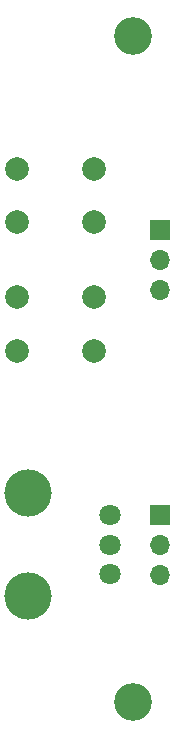
<source format=gbr>
G04 #@! TF.GenerationSoftware,KiCad,Pcbnew,(5.1.8)-1*
G04 #@! TF.CreationDate,2021-07-09T23:14:26+09:00*
G04 #@! TF.ProjectId,L3PSG6n9Side,4c335053-4736-46e3-9953-6964652e6b69,rev?*
G04 #@! TF.SameCoordinates,Original*
G04 #@! TF.FileFunction,Soldermask,Top*
G04 #@! TF.FilePolarity,Negative*
%FSLAX46Y46*%
G04 Gerber Fmt 4.6, Leading zero omitted, Abs format (unit mm)*
G04 Created by KiCad (PCBNEW (5.1.8)-1) date 2021-07-09 23:14:26*
%MOMM*%
%LPD*%
G01*
G04 APERTURE LIST*
%ADD10C,3.200000*%
%ADD11C,2.000000*%
%ADD12C,1.800000*%
%ADD13C,4.000000*%
%ADD14R,1.700000X1.700000*%
%ADD15O,1.700000X1.700000*%
G04 APERTURE END LIST*
D10*
X80264000Y-116840000D03*
X80264000Y-60452000D03*
D11*
X70485000Y-87050000D03*
X70485000Y-82550000D03*
X76985000Y-87050000D03*
X76985000Y-82550000D03*
X76962000Y-71700000D03*
X76962000Y-76200000D03*
X70462000Y-71700000D03*
X70462000Y-76200000D03*
D12*
X78374000Y-105965000D03*
X78374000Y-103465000D03*
X78374000Y-100965000D03*
D13*
X71374000Y-107865000D03*
X71374000Y-99065000D03*
D14*
X82550000Y-100965000D03*
D15*
X82550000Y-103505000D03*
X82550000Y-106045000D03*
D14*
X82550000Y-76835000D03*
D15*
X82550000Y-79375000D03*
X82550000Y-81915000D03*
M02*

</source>
